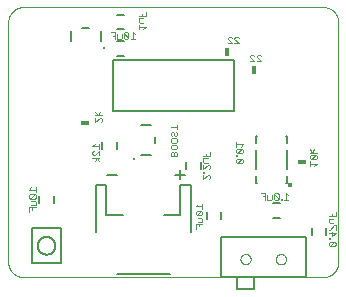
<source format=gbo>
G75*
%MOIN*%
%OFA0B0*%
%FSLAX25Y25*%
%IPPOS*%
%LPD*%
%AMOC8*
5,1,8,0,0,1.08239X$1,22.5*
%
%ADD10C,0.00000*%
%ADD11R,0.03000X0.01800*%
%ADD12C,0.00200*%
%ADD13C,0.00600*%
%ADD14C,0.00800*%
%ADD15C,0.01000*%
%ADD16C,0.00500*%
%ADD17C,0.00700*%
%ADD18R,0.01800X0.03000*%
%ADD19C,0.01761*%
D10*
X0016800Y0011800D02*
X0116800Y0011800D01*
X0116940Y0011802D01*
X0117080Y0011808D01*
X0117220Y0011818D01*
X0117360Y0011831D01*
X0117499Y0011849D01*
X0117638Y0011871D01*
X0117775Y0011896D01*
X0117913Y0011925D01*
X0118049Y0011958D01*
X0118184Y0011995D01*
X0118318Y0012036D01*
X0118451Y0012081D01*
X0118583Y0012129D01*
X0118713Y0012181D01*
X0118842Y0012236D01*
X0118969Y0012295D01*
X0119095Y0012358D01*
X0119219Y0012424D01*
X0119340Y0012493D01*
X0119460Y0012566D01*
X0119578Y0012643D01*
X0119693Y0012722D01*
X0119807Y0012805D01*
X0119917Y0012891D01*
X0120026Y0012980D01*
X0120132Y0013072D01*
X0120235Y0013167D01*
X0120336Y0013264D01*
X0120433Y0013365D01*
X0120528Y0013468D01*
X0120620Y0013574D01*
X0120709Y0013683D01*
X0120795Y0013793D01*
X0120878Y0013907D01*
X0120957Y0014022D01*
X0121034Y0014140D01*
X0121107Y0014260D01*
X0121176Y0014381D01*
X0121242Y0014505D01*
X0121305Y0014631D01*
X0121364Y0014758D01*
X0121419Y0014887D01*
X0121471Y0015017D01*
X0121519Y0015149D01*
X0121564Y0015282D01*
X0121605Y0015416D01*
X0121642Y0015551D01*
X0121675Y0015687D01*
X0121704Y0015825D01*
X0121729Y0015962D01*
X0121751Y0016101D01*
X0121769Y0016240D01*
X0121782Y0016380D01*
X0121792Y0016520D01*
X0121798Y0016660D01*
X0121800Y0016800D01*
X0121800Y0096800D01*
X0121798Y0096940D01*
X0121792Y0097080D01*
X0121782Y0097220D01*
X0121769Y0097360D01*
X0121751Y0097499D01*
X0121729Y0097638D01*
X0121704Y0097775D01*
X0121675Y0097913D01*
X0121642Y0098049D01*
X0121605Y0098184D01*
X0121564Y0098318D01*
X0121519Y0098451D01*
X0121471Y0098583D01*
X0121419Y0098713D01*
X0121364Y0098842D01*
X0121305Y0098969D01*
X0121242Y0099095D01*
X0121176Y0099219D01*
X0121107Y0099340D01*
X0121034Y0099460D01*
X0120957Y0099578D01*
X0120878Y0099693D01*
X0120795Y0099807D01*
X0120709Y0099917D01*
X0120620Y0100026D01*
X0120528Y0100132D01*
X0120433Y0100235D01*
X0120336Y0100336D01*
X0120235Y0100433D01*
X0120132Y0100528D01*
X0120026Y0100620D01*
X0119917Y0100709D01*
X0119807Y0100795D01*
X0119693Y0100878D01*
X0119578Y0100957D01*
X0119460Y0101034D01*
X0119340Y0101107D01*
X0119219Y0101176D01*
X0119095Y0101242D01*
X0118969Y0101305D01*
X0118842Y0101364D01*
X0118713Y0101419D01*
X0118583Y0101471D01*
X0118451Y0101519D01*
X0118318Y0101564D01*
X0118184Y0101605D01*
X0118049Y0101642D01*
X0117913Y0101675D01*
X0117775Y0101704D01*
X0117638Y0101729D01*
X0117499Y0101751D01*
X0117360Y0101769D01*
X0117220Y0101782D01*
X0117080Y0101792D01*
X0116940Y0101798D01*
X0116800Y0101800D01*
X0016800Y0101800D01*
X0016660Y0101798D01*
X0016520Y0101792D01*
X0016380Y0101782D01*
X0016240Y0101769D01*
X0016101Y0101751D01*
X0015962Y0101729D01*
X0015825Y0101704D01*
X0015687Y0101675D01*
X0015551Y0101642D01*
X0015416Y0101605D01*
X0015282Y0101564D01*
X0015149Y0101519D01*
X0015017Y0101471D01*
X0014887Y0101419D01*
X0014758Y0101364D01*
X0014631Y0101305D01*
X0014505Y0101242D01*
X0014381Y0101176D01*
X0014260Y0101107D01*
X0014140Y0101034D01*
X0014022Y0100957D01*
X0013907Y0100878D01*
X0013793Y0100795D01*
X0013683Y0100709D01*
X0013574Y0100620D01*
X0013468Y0100528D01*
X0013365Y0100433D01*
X0013264Y0100336D01*
X0013167Y0100235D01*
X0013072Y0100132D01*
X0012980Y0100026D01*
X0012891Y0099917D01*
X0012805Y0099807D01*
X0012722Y0099693D01*
X0012643Y0099578D01*
X0012566Y0099460D01*
X0012493Y0099340D01*
X0012424Y0099219D01*
X0012358Y0099095D01*
X0012295Y0098969D01*
X0012236Y0098842D01*
X0012181Y0098713D01*
X0012129Y0098583D01*
X0012081Y0098451D01*
X0012036Y0098318D01*
X0011995Y0098184D01*
X0011958Y0098049D01*
X0011925Y0097913D01*
X0011896Y0097775D01*
X0011871Y0097638D01*
X0011849Y0097499D01*
X0011831Y0097360D01*
X0011818Y0097220D01*
X0011808Y0097080D01*
X0011802Y0096940D01*
X0011800Y0096800D01*
X0011800Y0016800D01*
X0011802Y0016660D01*
X0011808Y0016520D01*
X0011818Y0016380D01*
X0011831Y0016240D01*
X0011849Y0016101D01*
X0011871Y0015962D01*
X0011896Y0015825D01*
X0011925Y0015687D01*
X0011958Y0015551D01*
X0011995Y0015416D01*
X0012036Y0015282D01*
X0012081Y0015149D01*
X0012129Y0015017D01*
X0012181Y0014887D01*
X0012236Y0014758D01*
X0012295Y0014631D01*
X0012358Y0014505D01*
X0012424Y0014381D01*
X0012493Y0014260D01*
X0012566Y0014140D01*
X0012643Y0014022D01*
X0012722Y0013907D01*
X0012805Y0013793D01*
X0012891Y0013683D01*
X0012980Y0013574D01*
X0013072Y0013468D01*
X0013167Y0013365D01*
X0013264Y0013264D01*
X0013365Y0013167D01*
X0013468Y0013072D01*
X0013574Y0012980D01*
X0013683Y0012891D01*
X0013793Y0012805D01*
X0013907Y0012722D01*
X0014022Y0012643D01*
X0014140Y0012566D01*
X0014260Y0012493D01*
X0014381Y0012424D01*
X0014505Y0012358D01*
X0014631Y0012295D01*
X0014758Y0012236D01*
X0014887Y0012181D01*
X0015017Y0012129D01*
X0015149Y0012081D01*
X0015282Y0012036D01*
X0015416Y0011995D01*
X0015551Y0011958D01*
X0015687Y0011925D01*
X0015825Y0011896D01*
X0015962Y0011871D01*
X0016101Y0011849D01*
X0016240Y0011831D01*
X0016380Y0011818D01*
X0016520Y0011808D01*
X0016660Y0011802D01*
X0016800Y0011800D01*
X0089200Y0017800D02*
X0089202Y0017882D01*
X0089208Y0017964D01*
X0089218Y0018046D01*
X0089232Y0018127D01*
X0089249Y0018207D01*
X0089271Y0018286D01*
X0089296Y0018364D01*
X0089326Y0018441D01*
X0089358Y0018516D01*
X0089395Y0018590D01*
X0089435Y0018662D01*
X0089478Y0018732D01*
X0089525Y0018799D01*
X0089575Y0018865D01*
X0089628Y0018927D01*
X0089683Y0018987D01*
X0089742Y0019045D01*
X0089804Y0019099D01*
X0089868Y0019151D01*
X0089934Y0019199D01*
X0090003Y0019244D01*
X0090074Y0019286D01*
X0090147Y0019324D01*
X0090221Y0019359D01*
X0090297Y0019390D01*
X0090375Y0019417D01*
X0090453Y0019440D01*
X0090533Y0019460D01*
X0090614Y0019476D01*
X0090695Y0019488D01*
X0090777Y0019496D01*
X0090859Y0019500D01*
X0090941Y0019500D01*
X0091023Y0019496D01*
X0091105Y0019488D01*
X0091186Y0019476D01*
X0091267Y0019460D01*
X0091347Y0019440D01*
X0091425Y0019417D01*
X0091503Y0019390D01*
X0091579Y0019359D01*
X0091653Y0019324D01*
X0091726Y0019286D01*
X0091797Y0019244D01*
X0091866Y0019199D01*
X0091932Y0019151D01*
X0091996Y0019099D01*
X0092058Y0019045D01*
X0092117Y0018987D01*
X0092172Y0018927D01*
X0092225Y0018865D01*
X0092275Y0018799D01*
X0092322Y0018732D01*
X0092365Y0018662D01*
X0092405Y0018590D01*
X0092442Y0018516D01*
X0092474Y0018441D01*
X0092504Y0018364D01*
X0092529Y0018286D01*
X0092551Y0018207D01*
X0092568Y0018127D01*
X0092582Y0018046D01*
X0092592Y0017964D01*
X0092598Y0017882D01*
X0092600Y0017800D01*
X0092598Y0017718D01*
X0092592Y0017636D01*
X0092582Y0017554D01*
X0092568Y0017473D01*
X0092551Y0017393D01*
X0092529Y0017314D01*
X0092504Y0017236D01*
X0092474Y0017159D01*
X0092442Y0017084D01*
X0092405Y0017010D01*
X0092365Y0016938D01*
X0092322Y0016868D01*
X0092275Y0016801D01*
X0092225Y0016735D01*
X0092172Y0016673D01*
X0092117Y0016613D01*
X0092058Y0016555D01*
X0091996Y0016501D01*
X0091932Y0016449D01*
X0091866Y0016401D01*
X0091797Y0016356D01*
X0091726Y0016314D01*
X0091653Y0016276D01*
X0091579Y0016241D01*
X0091503Y0016210D01*
X0091425Y0016183D01*
X0091347Y0016160D01*
X0091267Y0016140D01*
X0091186Y0016124D01*
X0091105Y0016112D01*
X0091023Y0016104D01*
X0090941Y0016100D01*
X0090859Y0016100D01*
X0090777Y0016104D01*
X0090695Y0016112D01*
X0090614Y0016124D01*
X0090533Y0016140D01*
X0090453Y0016160D01*
X0090375Y0016183D01*
X0090297Y0016210D01*
X0090221Y0016241D01*
X0090147Y0016276D01*
X0090074Y0016314D01*
X0090003Y0016356D01*
X0089934Y0016401D01*
X0089868Y0016449D01*
X0089804Y0016501D01*
X0089742Y0016555D01*
X0089683Y0016613D01*
X0089628Y0016673D01*
X0089575Y0016735D01*
X0089525Y0016801D01*
X0089478Y0016868D01*
X0089435Y0016938D01*
X0089395Y0017010D01*
X0089358Y0017084D01*
X0089326Y0017159D01*
X0089296Y0017236D01*
X0089271Y0017314D01*
X0089249Y0017393D01*
X0089232Y0017473D01*
X0089218Y0017554D01*
X0089208Y0017636D01*
X0089202Y0017718D01*
X0089200Y0017800D01*
X0101000Y0017800D02*
X0101002Y0017882D01*
X0101008Y0017964D01*
X0101018Y0018046D01*
X0101032Y0018127D01*
X0101049Y0018207D01*
X0101071Y0018286D01*
X0101096Y0018364D01*
X0101126Y0018441D01*
X0101158Y0018516D01*
X0101195Y0018590D01*
X0101235Y0018662D01*
X0101278Y0018732D01*
X0101325Y0018799D01*
X0101375Y0018865D01*
X0101428Y0018927D01*
X0101483Y0018987D01*
X0101542Y0019045D01*
X0101604Y0019099D01*
X0101668Y0019151D01*
X0101734Y0019199D01*
X0101803Y0019244D01*
X0101874Y0019286D01*
X0101947Y0019324D01*
X0102021Y0019359D01*
X0102097Y0019390D01*
X0102175Y0019417D01*
X0102253Y0019440D01*
X0102333Y0019460D01*
X0102414Y0019476D01*
X0102495Y0019488D01*
X0102577Y0019496D01*
X0102659Y0019500D01*
X0102741Y0019500D01*
X0102823Y0019496D01*
X0102905Y0019488D01*
X0102986Y0019476D01*
X0103067Y0019460D01*
X0103147Y0019440D01*
X0103225Y0019417D01*
X0103303Y0019390D01*
X0103379Y0019359D01*
X0103453Y0019324D01*
X0103526Y0019286D01*
X0103597Y0019244D01*
X0103666Y0019199D01*
X0103732Y0019151D01*
X0103796Y0019099D01*
X0103858Y0019045D01*
X0103917Y0018987D01*
X0103972Y0018927D01*
X0104025Y0018865D01*
X0104075Y0018799D01*
X0104122Y0018732D01*
X0104165Y0018662D01*
X0104205Y0018590D01*
X0104242Y0018516D01*
X0104274Y0018441D01*
X0104304Y0018364D01*
X0104329Y0018286D01*
X0104351Y0018207D01*
X0104368Y0018127D01*
X0104382Y0018046D01*
X0104392Y0017964D01*
X0104398Y0017882D01*
X0104400Y0017800D01*
X0104398Y0017718D01*
X0104392Y0017636D01*
X0104382Y0017554D01*
X0104368Y0017473D01*
X0104351Y0017393D01*
X0104329Y0017314D01*
X0104304Y0017236D01*
X0104274Y0017159D01*
X0104242Y0017084D01*
X0104205Y0017010D01*
X0104165Y0016938D01*
X0104122Y0016868D01*
X0104075Y0016801D01*
X0104025Y0016735D01*
X0103972Y0016673D01*
X0103917Y0016613D01*
X0103858Y0016555D01*
X0103796Y0016501D01*
X0103732Y0016449D01*
X0103666Y0016401D01*
X0103597Y0016356D01*
X0103526Y0016314D01*
X0103453Y0016276D01*
X0103379Y0016241D01*
X0103303Y0016210D01*
X0103225Y0016183D01*
X0103147Y0016160D01*
X0103067Y0016140D01*
X0102986Y0016124D01*
X0102905Y0016112D01*
X0102823Y0016104D01*
X0102741Y0016100D01*
X0102659Y0016100D01*
X0102577Y0016104D01*
X0102495Y0016112D01*
X0102414Y0016124D01*
X0102333Y0016140D01*
X0102253Y0016160D01*
X0102175Y0016183D01*
X0102097Y0016210D01*
X0102021Y0016241D01*
X0101947Y0016276D01*
X0101874Y0016314D01*
X0101803Y0016356D01*
X0101734Y0016401D01*
X0101668Y0016449D01*
X0101604Y0016501D01*
X0101542Y0016555D01*
X0101483Y0016613D01*
X0101428Y0016673D01*
X0101375Y0016735D01*
X0101325Y0016801D01*
X0101278Y0016868D01*
X0101235Y0016938D01*
X0101195Y0017010D01*
X0101158Y0017084D01*
X0101126Y0017159D01*
X0101096Y0017236D01*
X0101071Y0017314D01*
X0101049Y0017393D01*
X0101032Y0017473D01*
X0101018Y0017554D01*
X0101008Y0017636D01*
X0101002Y0017718D01*
X0101000Y0017800D01*
D11*
X0109800Y0050300D03*
X0037250Y0063100D03*
D12*
X0040850Y0063524D02*
X0042318Y0064992D01*
X0042685Y0064992D01*
X0043052Y0064625D01*
X0043052Y0063891D01*
X0042685Y0063524D01*
X0040850Y0063524D02*
X0040850Y0064992D01*
X0040850Y0065734D02*
X0043052Y0065734D01*
X0042318Y0066835D02*
X0041584Y0065734D01*
X0040850Y0066835D01*
X0040582Y0056100D02*
X0039848Y0055366D01*
X0042050Y0055366D01*
X0042050Y0056100D02*
X0042050Y0054632D01*
X0042050Y0053890D02*
X0040582Y0052422D01*
X0040215Y0052422D01*
X0039848Y0052789D01*
X0039848Y0053523D01*
X0040215Y0053890D01*
X0042050Y0053890D02*
X0042050Y0052422D01*
X0042050Y0051680D02*
X0039848Y0051680D01*
X0040582Y0050579D02*
X0041316Y0051680D01*
X0042050Y0050579D01*
X0020950Y0041700D02*
X0020950Y0040232D01*
X0020950Y0040966D02*
X0018748Y0040966D01*
X0019482Y0041700D01*
X0019115Y0039490D02*
X0018748Y0039123D01*
X0018748Y0038389D01*
X0019115Y0038022D01*
X0020583Y0039490D01*
X0020950Y0039123D01*
X0020950Y0038389D01*
X0020583Y0038022D01*
X0019115Y0038022D01*
X0019482Y0037280D02*
X0020583Y0037280D01*
X0020950Y0036913D01*
X0020950Y0035812D01*
X0019482Y0035812D01*
X0019849Y0035070D02*
X0019849Y0034336D01*
X0018748Y0035070D02*
X0018748Y0033602D01*
X0018748Y0035070D02*
X0020950Y0035070D01*
X0020583Y0039490D02*
X0019115Y0039490D01*
X0065900Y0052200D02*
X0065900Y0053301D01*
X0066267Y0053668D01*
X0066634Y0053668D01*
X0067001Y0053301D01*
X0067001Y0052200D01*
X0068102Y0052200D02*
X0068102Y0053301D01*
X0067735Y0053668D01*
X0067368Y0053668D01*
X0067001Y0053301D01*
X0067735Y0054410D02*
X0066267Y0054410D01*
X0065900Y0054777D01*
X0065900Y0055511D01*
X0066267Y0055878D01*
X0067735Y0055878D01*
X0068102Y0055511D01*
X0068102Y0054777D01*
X0067735Y0054410D01*
X0067735Y0056620D02*
X0066267Y0056620D01*
X0065900Y0056987D01*
X0065900Y0057721D01*
X0066267Y0058088D01*
X0067735Y0058088D01*
X0068102Y0057721D01*
X0068102Y0056987D01*
X0067735Y0056620D01*
X0067735Y0058830D02*
X0067368Y0058830D01*
X0067001Y0059197D01*
X0067001Y0059931D01*
X0066634Y0060298D01*
X0066267Y0060298D01*
X0065900Y0059931D01*
X0065900Y0059197D01*
X0066267Y0058830D01*
X0067735Y0058830D02*
X0068102Y0059197D01*
X0068102Y0059931D01*
X0067735Y0060298D01*
X0068102Y0061040D02*
X0068102Y0062507D01*
X0068102Y0061773D02*
X0065900Y0061773D01*
X0065900Y0052200D02*
X0068102Y0052200D01*
X0076750Y0052162D02*
X0078952Y0052162D01*
X0078952Y0053630D01*
X0077851Y0052896D02*
X0077851Y0052162D01*
X0078218Y0051420D02*
X0076750Y0051420D01*
X0076750Y0050319D01*
X0077117Y0049952D01*
X0078218Y0049952D01*
X0078218Y0049210D02*
X0078585Y0049210D01*
X0078952Y0048844D01*
X0078952Y0048110D01*
X0078585Y0047743D01*
X0078218Y0049210D02*
X0076750Y0047743D01*
X0076750Y0049210D01*
X0076750Y0047005D02*
X0076750Y0046638D01*
X0077117Y0046638D01*
X0077117Y0047005D01*
X0076750Y0047005D01*
X0076750Y0045896D02*
X0076750Y0044428D01*
X0078218Y0045896D01*
X0078585Y0045896D01*
X0078952Y0045529D01*
X0078952Y0044795D01*
X0078585Y0044428D01*
X0087800Y0050182D02*
X0088167Y0049815D01*
X0089635Y0051283D01*
X0088167Y0051283D01*
X0087800Y0050916D01*
X0087800Y0050182D01*
X0088167Y0049815D02*
X0089635Y0049815D01*
X0090002Y0050182D01*
X0090002Y0050916D01*
X0089635Y0051283D01*
X0089635Y0053130D02*
X0090002Y0053497D01*
X0090002Y0054231D01*
X0089635Y0054598D01*
X0088167Y0053130D01*
X0087800Y0053497D01*
X0087800Y0054231D01*
X0088167Y0054598D01*
X0089635Y0054598D01*
X0089268Y0055340D02*
X0090002Y0056074D01*
X0087800Y0056074D01*
X0087800Y0055340D02*
X0087800Y0056808D01*
X0088167Y0053130D02*
X0089635Y0053130D01*
X0088167Y0052392D02*
X0088167Y0052025D01*
X0087800Y0052025D01*
X0087800Y0052392D01*
X0088167Y0052392D01*
X0095998Y0039852D02*
X0097465Y0039852D01*
X0097465Y0037650D01*
X0098207Y0037650D02*
X0098207Y0039118D01*
X0097465Y0038751D02*
X0096731Y0038751D01*
X0098207Y0037650D02*
X0099308Y0037650D01*
X0099675Y0038017D01*
X0099675Y0039118D01*
X0100417Y0039485D02*
X0100417Y0038017D01*
X0100784Y0037650D01*
X0101518Y0037650D01*
X0101885Y0038017D01*
X0100417Y0039485D01*
X0100784Y0039852D01*
X0101518Y0039852D01*
X0101885Y0039485D01*
X0101885Y0038017D01*
X0102623Y0038017D02*
X0102623Y0037650D01*
X0102990Y0037650D01*
X0102990Y0038017D01*
X0102623Y0038017D01*
X0103732Y0037650D02*
X0105200Y0037650D01*
X0104466Y0037650D02*
X0104466Y0039852D01*
X0105200Y0039118D01*
X0112400Y0048900D02*
X0112400Y0050368D01*
X0112400Y0049634D02*
X0114602Y0049634D01*
X0113868Y0048900D01*
X0114235Y0051110D02*
X0112767Y0051110D01*
X0114235Y0052578D01*
X0112767Y0052578D01*
X0112400Y0052211D01*
X0112400Y0051477D01*
X0112767Y0051110D01*
X0114235Y0051110D02*
X0114602Y0051477D01*
X0114602Y0052211D01*
X0114235Y0052578D01*
X0114602Y0053320D02*
X0112400Y0053320D01*
X0113134Y0053320D02*
X0113868Y0054421D01*
X0113134Y0053320D02*
X0112400Y0054421D01*
X0120902Y0033562D02*
X0120902Y0032094D01*
X0118700Y0032094D01*
X0118700Y0031352D02*
X0120168Y0031352D01*
X0119801Y0032094D02*
X0119801Y0032828D01*
X0118700Y0031352D02*
X0118700Y0030252D01*
X0119067Y0029885D01*
X0120168Y0029885D01*
X0120535Y0029143D02*
X0119067Y0027675D01*
X0118700Y0027675D01*
X0118700Y0026566D02*
X0120902Y0026566D01*
X0119801Y0025465D01*
X0119801Y0026933D01*
X0120902Y0027675D02*
X0120902Y0029143D01*
X0120535Y0029143D01*
X0119067Y0024727D02*
X0118700Y0024727D01*
X0118700Y0024360D01*
X0119067Y0024360D01*
X0119067Y0024727D01*
X0119067Y0023618D02*
X0118700Y0023251D01*
X0118700Y0022517D01*
X0119067Y0022150D01*
X0120535Y0023618D01*
X0119067Y0023618D01*
X0120535Y0023618D02*
X0120902Y0023251D01*
X0120902Y0022517D01*
X0120535Y0022150D01*
X0119067Y0022150D01*
X0076450Y0029470D02*
X0074248Y0029470D01*
X0074248Y0028002D01*
X0075349Y0028736D02*
X0075349Y0029470D01*
X0074982Y0030212D02*
X0076450Y0030212D01*
X0076450Y0031313D01*
X0076083Y0031680D01*
X0074982Y0031680D01*
X0074615Y0032422D02*
X0076083Y0033890D01*
X0076450Y0033523D01*
X0076450Y0032789D01*
X0076083Y0032422D01*
X0074615Y0032422D01*
X0074248Y0032789D01*
X0074248Y0033523D01*
X0074615Y0033890D01*
X0076083Y0033890D01*
X0076450Y0034632D02*
X0076450Y0036100D01*
X0076450Y0035366D02*
X0074248Y0035366D01*
X0074982Y0036100D01*
X0092372Y0083700D02*
X0093840Y0083700D01*
X0092372Y0085168D01*
X0092372Y0085535D01*
X0092739Y0085902D01*
X0093473Y0085902D01*
X0093840Y0085535D01*
X0094582Y0085535D02*
X0094949Y0085902D01*
X0095683Y0085902D01*
X0096050Y0085535D01*
X0094582Y0085535D02*
X0094582Y0085168D01*
X0096050Y0083700D01*
X0094582Y0083700D01*
X0088650Y0089750D02*
X0087182Y0089750D01*
X0086440Y0089750D02*
X0084972Y0091218D01*
X0084972Y0091585D01*
X0085339Y0091952D01*
X0086073Y0091952D01*
X0086440Y0091585D01*
X0087182Y0091585D02*
X0087549Y0091952D01*
X0088283Y0091952D01*
X0088650Y0091585D01*
X0087182Y0091585D02*
X0087182Y0091218D01*
X0088650Y0089750D01*
X0086440Y0089750D02*
X0084972Y0089750D01*
X0057602Y0095134D02*
X0055400Y0095134D01*
X0055400Y0094400D02*
X0055400Y0095868D01*
X0055767Y0096610D02*
X0055400Y0096977D01*
X0055400Y0098078D01*
X0056868Y0098078D01*
X0056501Y0098820D02*
X0056501Y0099554D01*
X0057602Y0098820D02*
X0057602Y0100288D01*
X0057602Y0098820D02*
X0055400Y0098820D01*
X0055767Y0096610D02*
X0056868Y0096610D01*
X0057602Y0095134D02*
X0056868Y0094400D01*
X0054040Y0092718D02*
X0053306Y0093452D01*
X0053306Y0091250D01*
X0054040Y0091250D02*
X0052572Y0091250D01*
X0051830Y0091617D02*
X0051830Y0093085D01*
X0051463Y0093452D01*
X0050729Y0093452D01*
X0050362Y0093085D01*
X0051830Y0091617D01*
X0051463Y0091250D01*
X0050729Y0091250D01*
X0050362Y0091617D01*
X0050362Y0093085D01*
X0049620Y0092718D02*
X0049620Y0091617D01*
X0049253Y0091250D01*
X0048152Y0091250D01*
X0048152Y0092718D01*
X0047410Y0092351D02*
X0046676Y0092351D01*
X0047410Y0093452D02*
X0045942Y0093452D01*
X0047410Y0093452D02*
X0047410Y0091250D01*
D13*
X0048119Y0090412D02*
X0050481Y0090412D01*
X0050481Y0094438D02*
X0048119Y0094438D01*
X0048119Y0099162D02*
X0050481Y0099162D01*
X0050481Y0085688D02*
X0048119Y0085688D01*
X0047912Y0056731D02*
X0047912Y0054369D01*
X0043188Y0054369D02*
X0043188Y0056731D01*
X0026912Y0038981D02*
X0026912Y0036619D01*
X0022188Y0036619D02*
X0022188Y0038981D01*
X0071188Y0047869D02*
X0071188Y0050231D01*
X0075912Y0050231D02*
X0075912Y0047869D01*
X0077888Y0033681D02*
X0077888Y0031319D01*
X0082612Y0031319D02*
X0082612Y0033681D01*
X0100119Y0031688D02*
X0102481Y0031688D01*
X0102481Y0036412D02*
X0100119Y0036412D01*
X0112938Y0028231D02*
X0112938Y0025869D01*
X0117662Y0025869D02*
X0117662Y0028231D01*
D14*
X0104865Y0043176D02*
X0104865Y0045538D01*
X0104865Y0047900D02*
X0104865Y0054200D01*
X0104865Y0056562D02*
X0104865Y0058924D01*
X0104471Y0058924D01*
X0094235Y0058924D02*
X0094235Y0056562D01*
X0094235Y0054200D02*
X0094235Y0047900D01*
X0094235Y0045538D02*
X0094235Y0043176D01*
X0094629Y0043176D01*
X0060641Y0056493D02*
X0060641Y0058607D01*
X0059541Y0062550D02*
X0056159Y0062550D01*
X0056159Y0052550D02*
X0059541Y0052550D01*
X0042550Y0090359D02*
X0042550Y0093741D01*
X0038607Y0094841D02*
X0036493Y0094841D01*
X0032550Y0093741D02*
X0032550Y0090359D01*
D15*
X0043850Y0088050D03*
X0053850Y0051250D03*
D16*
X0044398Y0042517D02*
X0041052Y0042517D01*
X0041052Y0026769D01*
X0044398Y0032674D02*
X0044398Y0042517D01*
X0044398Y0032674D02*
X0049910Y0032674D01*
X0063690Y0032674D02*
X0069202Y0032674D01*
X0069202Y0042517D01*
X0072548Y0042517D01*
X0072548Y0026769D01*
X0082800Y0025300D02*
X0082800Y0011800D01*
X0087900Y0011800D01*
X0087900Y0007800D01*
X0093800Y0007800D01*
X0093800Y0011800D01*
X0087900Y0011800D01*
X0093800Y0011800D02*
X0110800Y0011800D01*
X0110950Y0012000D02*
X0110950Y0025300D01*
X0082800Y0025300D01*
X0065658Y0012989D02*
X0047942Y0012989D01*
X0029471Y0016394D02*
X0029471Y0028206D01*
X0019629Y0028206D01*
X0019629Y0016394D01*
X0029471Y0016394D01*
X0021597Y0022300D02*
X0021599Y0022408D01*
X0021605Y0022517D01*
X0021615Y0022625D01*
X0021629Y0022732D01*
X0021647Y0022839D01*
X0021668Y0022946D01*
X0021694Y0023051D01*
X0021724Y0023156D01*
X0021757Y0023259D01*
X0021794Y0023361D01*
X0021835Y0023461D01*
X0021879Y0023560D01*
X0021928Y0023658D01*
X0021979Y0023753D01*
X0022034Y0023846D01*
X0022093Y0023938D01*
X0022155Y0024027D01*
X0022220Y0024114D01*
X0022288Y0024198D01*
X0022359Y0024280D01*
X0022433Y0024359D01*
X0022510Y0024435D01*
X0022590Y0024509D01*
X0022673Y0024579D01*
X0022758Y0024647D01*
X0022845Y0024711D01*
X0022935Y0024772D01*
X0023027Y0024830D01*
X0023121Y0024884D01*
X0023217Y0024935D01*
X0023314Y0024982D01*
X0023414Y0025026D01*
X0023515Y0025066D01*
X0023617Y0025102D01*
X0023720Y0025134D01*
X0023825Y0025163D01*
X0023931Y0025187D01*
X0024037Y0025208D01*
X0024144Y0025225D01*
X0024252Y0025238D01*
X0024360Y0025247D01*
X0024469Y0025252D01*
X0024577Y0025253D01*
X0024686Y0025250D01*
X0024794Y0025243D01*
X0024902Y0025232D01*
X0025009Y0025217D01*
X0025116Y0025198D01*
X0025222Y0025175D01*
X0025327Y0025149D01*
X0025432Y0025118D01*
X0025534Y0025084D01*
X0025636Y0025046D01*
X0025736Y0025004D01*
X0025835Y0024959D01*
X0025932Y0024910D01*
X0026026Y0024857D01*
X0026119Y0024801D01*
X0026210Y0024742D01*
X0026299Y0024679D01*
X0026385Y0024614D01*
X0026469Y0024545D01*
X0026550Y0024473D01*
X0026628Y0024398D01*
X0026704Y0024320D01*
X0026777Y0024239D01*
X0026847Y0024156D01*
X0026913Y0024071D01*
X0026977Y0023983D01*
X0027037Y0023892D01*
X0027094Y0023800D01*
X0027147Y0023705D01*
X0027197Y0023609D01*
X0027243Y0023511D01*
X0027286Y0023411D01*
X0027325Y0023310D01*
X0027360Y0023207D01*
X0027392Y0023104D01*
X0027419Y0022999D01*
X0027443Y0022893D01*
X0027463Y0022786D01*
X0027479Y0022679D01*
X0027491Y0022571D01*
X0027499Y0022463D01*
X0027503Y0022354D01*
X0027503Y0022246D01*
X0027499Y0022137D01*
X0027491Y0022029D01*
X0027479Y0021921D01*
X0027463Y0021814D01*
X0027443Y0021707D01*
X0027419Y0021601D01*
X0027392Y0021496D01*
X0027360Y0021393D01*
X0027325Y0021290D01*
X0027286Y0021189D01*
X0027243Y0021089D01*
X0027197Y0020991D01*
X0027147Y0020895D01*
X0027094Y0020800D01*
X0027037Y0020708D01*
X0026977Y0020617D01*
X0026913Y0020529D01*
X0026847Y0020444D01*
X0026777Y0020361D01*
X0026704Y0020280D01*
X0026628Y0020202D01*
X0026550Y0020127D01*
X0026469Y0020055D01*
X0026385Y0019986D01*
X0026299Y0019921D01*
X0026210Y0019858D01*
X0026119Y0019799D01*
X0026027Y0019743D01*
X0025932Y0019690D01*
X0025835Y0019641D01*
X0025736Y0019596D01*
X0025636Y0019554D01*
X0025534Y0019516D01*
X0025432Y0019482D01*
X0025327Y0019451D01*
X0025222Y0019425D01*
X0025116Y0019402D01*
X0025009Y0019383D01*
X0024902Y0019368D01*
X0024794Y0019357D01*
X0024686Y0019350D01*
X0024577Y0019347D01*
X0024469Y0019348D01*
X0024360Y0019353D01*
X0024252Y0019362D01*
X0024144Y0019375D01*
X0024037Y0019392D01*
X0023931Y0019413D01*
X0023825Y0019437D01*
X0023720Y0019466D01*
X0023617Y0019498D01*
X0023515Y0019534D01*
X0023414Y0019574D01*
X0023314Y0019618D01*
X0023217Y0019665D01*
X0023121Y0019716D01*
X0023027Y0019770D01*
X0022935Y0019828D01*
X0022845Y0019889D01*
X0022758Y0019953D01*
X0022673Y0020021D01*
X0022590Y0020091D01*
X0022510Y0020165D01*
X0022433Y0020241D01*
X0022359Y0020320D01*
X0022288Y0020402D01*
X0022220Y0020486D01*
X0022155Y0020573D01*
X0022093Y0020662D01*
X0022034Y0020754D01*
X0021979Y0020847D01*
X0021928Y0020942D01*
X0021879Y0021040D01*
X0021835Y0021139D01*
X0021794Y0021239D01*
X0021757Y0021341D01*
X0021724Y0021444D01*
X0021694Y0021549D01*
X0021668Y0021654D01*
X0021647Y0021761D01*
X0021629Y0021868D01*
X0021615Y0021975D01*
X0021605Y0022083D01*
X0021599Y0022192D01*
X0021597Y0022300D01*
X0046623Y0067050D02*
X0046623Y0084050D01*
X0086977Y0084050D01*
X0086977Y0067050D01*
X0046623Y0067050D01*
X0094235Y0058924D02*
X0094629Y0058924D01*
X0104471Y0043176D02*
X0104865Y0043176D01*
D17*
X0070606Y0046002D02*
X0067337Y0046002D01*
X0068972Y0047637D02*
X0068972Y0044367D01*
X0048106Y0046002D02*
X0044837Y0046002D01*
D18*
X0084850Y0086850D03*
X0093850Y0080900D03*
D19*
X0105652Y0042389D03*
M02*

</source>
